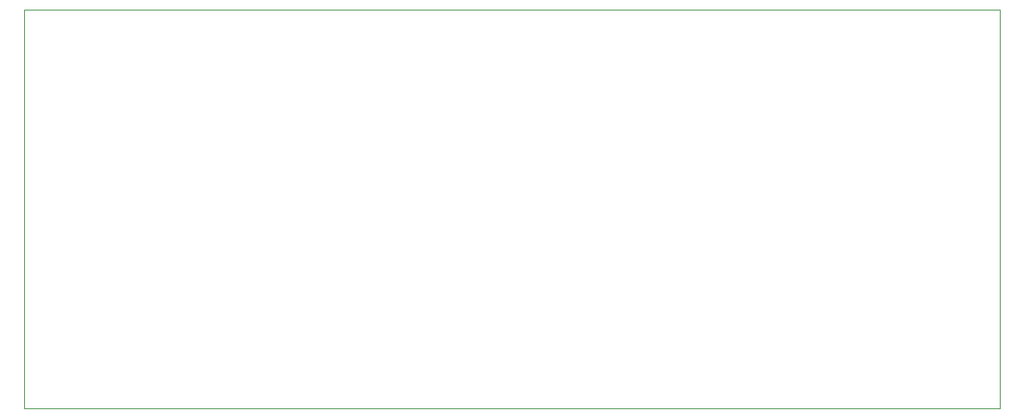
<source format=gko>
G75*
%MOIN*%
%OFA0B0*%
%FSLAX24Y24*%
%IPPOS*%
%LPD*%
%AMOC8*
5,1,8,0,0,1.08239X$1,22.5*
%
%ADD10C,0.0000*%
D10*
X000100Y000100D02*
X000100Y016596D01*
X040470Y016596D01*
X040470Y000100D01*
X000100Y000100D01*
M02*

</source>
